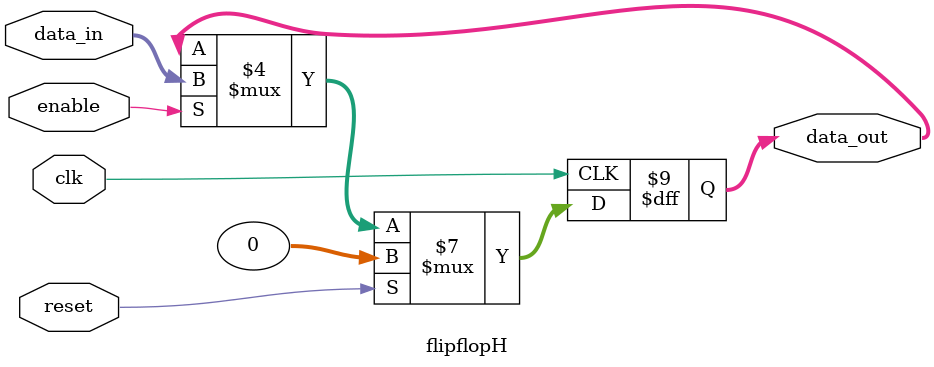
<source format=v>


module flipflopH
               (
                clk,
                enable,
                reset,
				
				
                data_in,
                data_out
                );
				
input clk;
input enable;
input reset;
input [31:0] data_in;
output [31:0] data_out;
reg [31:0] data_out;


always @ (posedge clk)
if (reset==1)
    data_out<=32'b00000000000000000000000000000000;
else if (enable==1)
begin//if ( clk_enable==1);
data_out<=data_in;
end
endmodule







</source>
